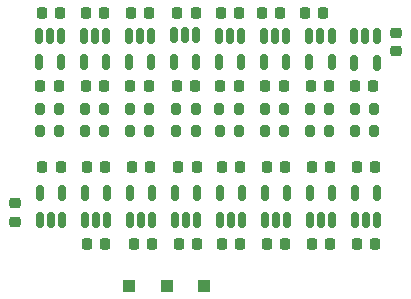
<source format=gbr>
%TF.GenerationSoftware,KiCad,Pcbnew,7.0.10-7.0.10~ubuntu22.04.1*%
%TF.CreationDate,2024-01-03T10:10:25-05:00*%
%TF.ProjectId,readout-splitter,72656164-6f75-4742-9d73-706c69747465,rev?*%
%TF.SameCoordinates,Original*%
%TF.FileFunction,Soldermask,Bot*%
%TF.FilePolarity,Negative*%
%FSLAX46Y46*%
G04 Gerber Fmt 4.6, Leading zero omitted, Abs format (unit mm)*
G04 Created by KiCad (PCBNEW 7.0.10-7.0.10~ubuntu22.04.1) date 2024-01-03 10:10:25*
%MOMM*%
%LPD*%
G01*
G04 APERTURE LIST*
G04 Aperture macros list*
%AMRoundRect*
0 Rectangle with rounded corners*
0 $1 Rounding radius*
0 $2 $3 $4 $5 $6 $7 $8 $9 X,Y pos of 4 corners*
0 Add a 4 corners polygon primitive as box body*
4,1,4,$2,$3,$4,$5,$6,$7,$8,$9,$2,$3,0*
0 Add four circle primitives for the rounded corners*
1,1,$1+$1,$2,$3*
1,1,$1+$1,$4,$5*
1,1,$1+$1,$6,$7*
1,1,$1+$1,$8,$9*
0 Add four rect primitives between the rounded corners*
20,1,$1+$1,$2,$3,$4,$5,0*
20,1,$1+$1,$4,$5,$6,$7,0*
20,1,$1+$1,$6,$7,$8,$9,0*
20,1,$1+$1,$8,$9,$2,$3,0*%
G04 Aperture macros list end*
%ADD10R,1.000000X1.000000*%
%ADD11RoundRect,0.150000X0.150000X-0.512500X0.150000X0.512500X-0.150000X0.512500X-0.150000X-0.512500X0*%
%ADD12RoundRect,0.200000X-0.200000X-0.275000X0.200000X-0.275000X0.200000X0.275000X-0.200000X0.275000X0*%
%ADD13RoundRect,0.200000X0.200000X0.275000X-0.200000X0.275000X-0.200000X-0.275000X0.200000X-0.275000X0*%
%ADD14RoundRect,0.225000X0.225000X0.250000X-0.225000X0.250000X-0.225000X-0.250000X0.225000X-0.250000X0*%
%ADD15RoundRect,0.150000X-0.150000X0.512500X-0.150000X-0.512500X0.150000X-0.512500X0.150000X0.512500X0*%
%ADD16RoundRect,0.225000X-0.225000X-0.250000X0.225000X-0.250000X0.225000X0.250000X-0.225000X0.250000X0*%
%ADD17RoundRect,0.225000X-0.250000X0.225000X-0.250000X-0.225000X0.250000X-0.225000X0.250000X0.225000X0*%
G04 APERTURE END LIST*
D10*
%TO.C,J3*%
X35597000Y-52997000D03*
%TD*%
%TO.C,J1*%
X29247000Y-52997000D03*
%TD*%
%TO.C,J2*%
X32422000Y-52997000D03*
%TD*%
D11*
%TO.C,U17*%
X50263000Y-47403500D03*
X49313000Y-47403500D03*
X48363000Y-47403500D03*
X48363000Y-45128500D03*
X50263000Y-45128500D03*
%TD*%
D12*
%TO.C,R13*%
X25501000Y-39916000D03*
X27151000Y-39916000D03*
%TD*%
D13*
%TO.C,R4*%
X46201000Y-38011000D03*
X44551000Y-38011000D03*
%TD*%
D14*
%TO.C,C21*%
X31178000Y-49441000D03*
X29628000Y-49441000D03*
%TD*%
D13*
%TO.C,R12*%
X30961000Y-38011000D03*
X29311000Y-38011000D03*
%TD*%
%TO.C,R6*%
X42391000Y-38011000D03*
X40741000Y-38011000D03*
%TD*%
D14*
%TO.C,C32*%
X23431000Y-42964000D03*
X21881000Y-42964000D03*
%TD*%
%TO.C,C27*%
X27101000Y-36106000D03*
X25551000Y-36106000D03*
%TD*%
D11*
%TO.C,U22*%
X31213000Y-47403500D03*
X30263000Y-47403500D03*
X29313000Y-47403500D03*
X29313000Y-45128500D03*
X31213000Y-45128500D03*
%TD*%
D14*
%TO.C,C7*%
X46151000Y-36106000D03*
X44601000Y-36106000D03*
%TD*%
D15*
%TO.C,U1*%
X48283599Y-31806499D03*
X49233599Y-31806499D03*
X50183599Y-31806499D03*
X50183599Y-34081499D03*
X48283599Y-34081499D03*
%TD*%
%TO.C,U2*%
X44477000Y-31793500D03*
X45427000Y-31793500D03*
X46377000Y-31793500D03*
X46377000Y-34068500D03*
X44477000Y-34068500D03*
%TD*%
D16*
%TO.C,C6*%
X44106800Y-29883000D03*
X45656800Y-29883000D03*
%TD*%
%TO.C,C22*%
X29361000Y-29883000D03*
X30911000Y-29883000D03*
%TD*%
D14*
%TO.C,C13*%
X38658000Y-49441000D03*
X37108000Y-49441000D03*
%TD*%
%TO.C,C24*%
X31038000Y-42964000D03*
X29488000Y-42964000D03*
%TD*%
%TO.C,C20*%
X34962000Y-42964000D03*
X33412000Y-42964000D03*
%TD*%
D13*
%TO.C,R16*%
X23341000Y-38011000D03*
X21691000Y-38011000D03*
%TD*%
D15*
%TO.C,U7*%
X25412001Y-31796901D03*
X26362001Y-31796901D03*
X27312001Y-31796901D03*
X27312001Y-34071901D03*
X25412001Y-34071901D03*
%TD*%
D12*
%TO.C,R9*%
X33248000Y-39916000D03*
X34898000Y-39916000D03*
%TD*%
D16*
%TO.C,C14*%
X36981000Y-29883000D03*
X38531000Y-29883000D03*
%TD*%
D11*
%TO.C,U18*%
X46453000Y-47403500D03*
X45503000Y-47403500D03*
X44553000Y-47403500D03*
X44553000Y-45128500D03*
X46453000Y-45128500D03*
%TD*%
%TO.C,U21*%
X35023000Y-47403500D03*
X34073000Y-47403500D03*
X33123000Y-47403500D03*
X33123000Y-45128500D03*
X35023000Y-45128500D03*
%TD*%
D15*
%TO.C,U3*%
X40652001Y-31796901D03*
X41602001Y-31796901D03*
X42552001Y-31796901D03*
X42552001Y-34071901D03*
X40652001Y-34071901D03*
%TD*%
D17*
%TO.C,C29*%
X19608800Y-46011800D03*
X19608800Y-47561800D03*
%TD*%
D15*
%TO.C,U4*%
X36842001Y-31796901D03*
X37792001Y-31796901D03*
X38742001Y-31796901D03*
X38742001Y-34071901D03*
X36842001Y-34071901D03*
%TD*%
D12*
%TO.C,R1*%
X48361000Y-39916000D03*
X50011000Y-39916000D03*
%TD*%
D15*
%TO.C,U6*%
X29222001Y-31793500D03*
X30172001Y-31793500D03*
X31122001Y-31793500D03*
X31122001Y-34068500D03*
X29222001Y-34068500D03*
%TD*%
D13*
%TO.C,R14*%
X27151000Y-38011000D03*
X25501000Y-38011000D03*
%TD*%
D11*
%TO.C,U23*%
X27403000Y-47403500D03*
X26453000Y-47403500D03*
X25503000Y-47403500D03*
X25503000Y-45128500D03*
X27403000Y-45128500D03*
%TD*%
D14*
%TO.C,C31*%
X23278000Y-36106000D03*
X21728000Y-36106000D03*
%TD*%
%TO.C,C9*%
X42468000Y-49441000D03*
X40918000Y-49441000D03*
%TD*%
D11*
%TO.C,U20*%
X38833000Y-47403500D03*
X37883000Y-47403500D03*
X36933000Y-47403500D03*
X36933000Y-45128500D03*
X38833000Y-45128500D03*
%TD*%
D12*
%TO.C,R15*%
X21691000Y-39916000D03*
X23341000Y-39916000D03*
%TD*%
%TO.C,R11*%
X29311000Y-39916000D03*
X30961000Y-39916000D03*
%TD*%
D14*
%TO.C,C28*%
X27228000Y-42964000D03*
X25678000Y-42964000D03*
%TD*%
%TO.C,C17*%
X34975000Y-49441000D03*
X33425000Y-49441000D03*
%TD*%
D13*
%TO.C,R2*%
X50011000Y-38011000D03*
X48361000Y-38011000D03*
%TD*%
D14*
%TO.C,C5*%
X46278000Y-49441000D03*
X44728000Y-49441000D03*
%TD*%
D11*
%TO.C,U19*%
X42643000Y-47403500D03*
X41693000Y-47403500D03*
X40743000Y-47403500D03*
X40743000Y-45128500D03*
X42643000Y-45128500D03*
%TD*%
D14*
%TO.C,C25*%
X27215000Y-49441000D03*
X25665000Y-49441000D03*
%TD*%
D16*
%TO.C,C30*%
X21868000Y-29883000D03*
X23418000Y-29883000D03*
%TD*%
D14*
%TO.C,C15*%
X38518000Y-36106000D03*
X36968000Y-36106000D03*
%TD*%
D16*
%TO.C,C18*%
X33311000Y-29883000D03*
X34861000Y-29883000D03*
%TD*%
D12*
%TO.C,R7*%
X36931000Y-39916000D03*
X38581000Y-39916000D03*
%TD*%
D16*
%TO.C,C10*%
X40474600Y-29883000D03*
X42024600Y-29883000D03*
%TD*%
D14*
%TO.C,C8*%
X46278000Y-42964000D03*
X44728000Y-42964000D03*
%TD*%
D15*
%TO.C,U5*%
X33032001Y-31790099D03*
X33982001Y-31790099D03*
X34932001Y-31790099D03*
X34932001Y-34065099D03*
X33032001Y-34065099D03*
%TD*%
D14*
%TO.C,C16*%
X38658000Y-42964000D03*
X37108000Y-42964000D03*
%TD*%
D16*
%TO.C,C26*%
X25551000Y-29883000D03*
X27101000Y-29883000D03*
%TD*%
D11*
%TO.C,U24*%
X23593000Y-47403500D03*
X22643000Y-47403500D03*
X21693000Y-47403500D03*
X21693000Y-45128500D03*
X23593000Y-45128500D03*
%TD*%
D17*
%TO.C,C1*%
X51790600Y-31584600D03*
X51790600Y-33134600D03*
%TD*%
D14*
%TO.C,C23*%
X30898000Y-36106000D03*
X29348000Y-36106000D03*
%TD*%
%TO.C,C11*%
X42328000Y-36106000D03*
X40778000Y-36106000D03*
%TD*%
D13*
%TO.C,R10*%
X34898000Y-38011000D03*
X33248000Y-38011000D03*
%TD*%
D15*
%TO.C,U8*%
X21602001Y-31796901D03*
X22552001Y-31796901D03*
X23502001Y-31796901D03*
X23502001Y-34071901D03*
X21602001Y-34071901D03*
%TD*%
D12*
%TO.C,R5*%
X40741000Y-39916000D03*
X42391000Y-39916000D03*
%TD*%
D14*
%TO.C,C4*%
X50053500Y-42964000D03*
X48503500Y-42964000D03*
%TD*%
D12*
%TO.C,R3*%
X44551000Y-39916000D03*
X46201000Y-39916000D03*
%TD*%
D14*
%TO.C,C19*%
X34835000Y-36106000D03*
X33285000Y-36106000D03*
%TD*%
D13*
%TO.C,R8*%
X38518000Y-38011000D03*
X36868000Y-38011000D03*
%TD*%
D14*
%TO.C,C3*%
X50075000Y-49441000D03*
X48525000Y-49441000D03*
%TD*%
%TO.C,C2*%
X49898000Y-36106000D03*
X48348000Y-36106000D03*
%TD*%
%TO.C,C12*%
X42468000Y-42964000D03*
X40918000Y-42964000D03*
%TD*%
M02*

</source>
